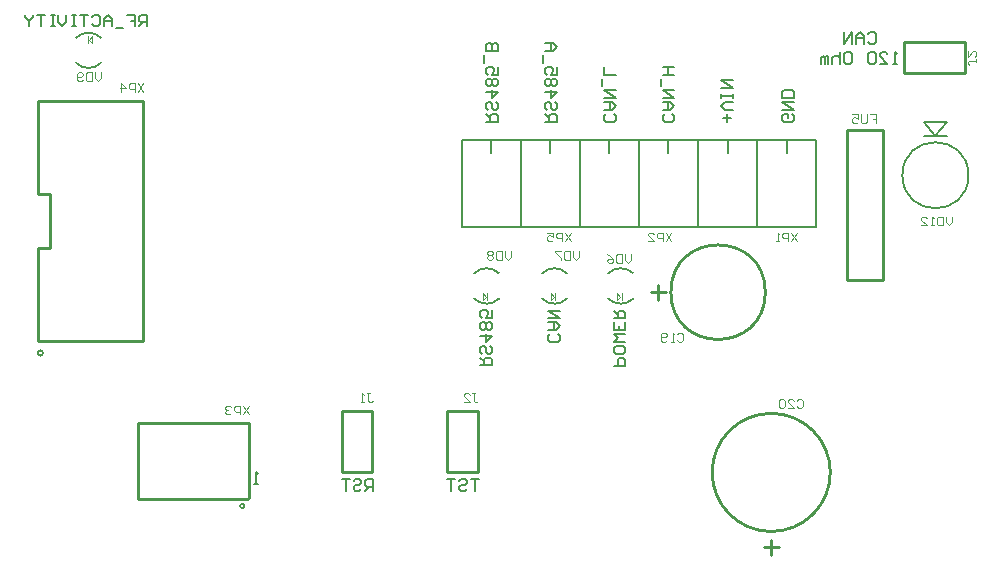
<source format=gbo>
G04 Layer_Color=32896*
%FSLAX24Y24*%
%MOIN*%
G70*
G01*
G75*
%ADD10C,0.0079*%
%ADD57C,0.0100*%
%ADD59C,0.0071*%
%ADD62C,0.0039*%
D10*
X30671Y27057D02*
G03*
X30671Y27057I-71J0D01*
G01*
X23956Y32156D02*
G03*
X23956Y32156I-88J0D01*
G01*
X46772Y38829D02*
Y39262D01*
X48740Y38829D02*
Y39262D01*
X45787Y36348D02*
X46772D01*
X48740D02*
X49724D01*
X47756D02*
Y38081D01*
Y39262D01*
X45787Y36348D02*
Y38081D01*
X46772Y36348D02*
X48740D01*
X49724D02*
Y38081D01*
Y39262D01*
X45787D02*
X49724D01*
X45787Y38081D02*
Y39262D01*
X42835Y38829D02*
Y39262D01*
X44803Y38829D02*
Y39262D01*
X41850Y36348D02*
X42835D01*
X44803D02*
X45787D01*
X43819D02*
Y38081D01*
Y39262D01*
X41850Y36348D02*
Y38081D01*
X42835Y36348D02*
X44803D01*
X45787D02*
Y38081D01*
Y39262D01*
X41850D02*
X45787D01*
X41850Y38081D02*
Y39262D01*
X38898Y38829D02*
Y39262D01*
X40866Y38829D02*
Y39262D01*
X37913Y36348D02*
X38898D01*
X40866D02*
X41850D01*
X39882D02*
Y38081D01*
Y39262D01*
X37913Y36348D02*
Y38081D01*
X38898Y36348D02*
X40866D01*
X41850D02*
Y38081D01*
Y39262D01*
X37913D02*
X41850D01*
X37913Y38081D02*
Y39262D01*
X48911Y40125D02*
X48976Y40059D01*
Y39928D01*
X48911Y39862D01*
X48648D01*
X48583Y39928D01*
Y40059D01*
X48648Y40125D01*
X48779D01*
Y39993D01*
X48583Y40256D02*
X48976D01*
X48583Y40518D01*
X48976D01*
Y40649D02*
X48583D01*
Y40846D01*
X48648Y40912D01*
X48911D01*
X48976Y40846D01*
Y40649D01*
X46742Y39872D02*
Y40134D01*
X46873Y40003D02*
X46611D01*
X46939Y40266D02*
X46676D01*
X46545Y40397D01*
X46676Y40528D01*
X46939D01*
Y40659D02*
Y40790D01*
Y40725D01*
X46545D01*
Y40659D01*
Y40790D01*
Y40987D02*
X46939D01*
X46545Y41250D01*
X46939D01*
X44934Y40125D02*
X45000Y40059D01*
Y39928D01*
X44934Y39862D01*
X44672D01*
X44606Y39928D01*
Y40059D01*
X44672Y40125D01*
X44606Y40256D02*
X44869D01*
X45000Y40387D01*
X44869Y40518D01*
X44606D01*
X44803D01*
Y40256D01*
X44606Y40649D02*
X45000D01*
X44606Y40912D01*
X45000D01*
X44541Y41043D02*
Y41305D01*
X45000Y41437D02*
X44606D01*
X44803D01*
Y41699D01*
X45000D01*
X44606D01*
X42976Y40125D02*
X43041Y40059D01*
Y39928D01*
X42976Y39862D01*
X42713D01*
X42648Y39928D01*
Y40059D01*
X42713Y40125D01*
X42648Y40256D02*
X42910D01*
X43041Y40387D01*
X42910Y40518D01*
X42648D01*
X42844D01*
Y40256D01*
X42648Y40649D02*
X43041D01*
X42648Y40912D01*
X43041D01*
X42582Y41043D02*
Y41305D01*
X43041Y41437D02*
X42648D01*
Y41699D01*
X40699Y39862D02*
X41092D01*
Y40059D01*
X41027Y40125D01*
X40896D01*
X40830Y40059D01*
Y39862D01*
Y39993D02*
X40699Y40125D01*
X41027Y40518D02*
X41092Y40453D01*
Y40321D01*
X41027Y40256D01*
X40961D01*
X40896Y40321D01*
Y40453D01*
X40830Y40518D01*
X40764D01*
X40699Y40453D01*
Y40321D01*
X40764Y40256D01*
X40699Y40846D02*
X41092D01*
X40896Y40649D01*
Y40912D01*
X41027Y41043D02*
X41092Y41109D01*
Y41240D01*
X41027Y41305D01*
X40961D01*
X40896Y41240D01*
X40830Y41305D01*
X40764D01*
X40699Y41240D01*
Y41109D01*
X40764Y41043D01*
X40830D01*
X40896Y41109D01*
X40961Y41043D01*
X41027D01*
X40896Y41109D02*
Y41240D01*
X41092Y41699D02*
Y41437D01*
X40896D01*
X40961Y41568D01*
Y41633D01*
X40896Y41699D01*
X40764D01*
X40699Y41633D01*
Y41502D01*
X40764Y41437D01*
X40633Y41830D02*
Y42092D01*
X40699Y42224D02*
X40961D01*
X41092Y42355D01*
X40961Y42486D01*
X40699D01*
X40896D01*
Y42224D01*
X38720Y39862D02*
X39114D01*
Y40059D01*
X39048Y40125D01*
X38917D01*
X38852Y40059D01*
Y39862D01*
Y39993D02*
X38720Y40125D01*
X39048Y40518D02*
X39114Y40453D01*
Y40321D01*
X39048Y40256D01*
X38983D01*
X38917Y40321D01*
Y40453D01*
X38852Y40518D01*
X38786D01*
X38720Y40453D01*
Y40321D01*
X38786Y40256D01*
X38720Y40846D02*
X39114D01*
X38917Y40649D01*
Y40912D01*
X39048Y41043D02*
X39114Y41109D01*
Y41240D01*
X39048Y41305D01*
X38983D01*
X38917Y41240D01*
X38852Y41305D01*
X38786D01*
X38720Y41240D01*
Y41109D01*
X38786Y41043D01*
X38852D01*
X38917Y41109D01*
X38983Y41043D01*
X39048D01*
X38917Y41109D02*
Y41240D01*
X39114Y41699D02*
Y41437D01*
X38917D01*
X38983Y41568D01*
Y41633D01*
X38917Y41699D01*
X38786D01*
X38720Y41633D01*
Y41502D01*
X38786Y41437D01*
X38655Y41830D02*
Y42092D01*
X39114Y42224D02*
X38720D01*
Y42420D01*
X38786Y42486D01*
X38852D01*
X38917Y42420D01*
Y42224D01*
Y42420D01*
X38983Y42486D01*
X39048D01*
X39114Y42420D01*
Y42224D01*
X42972Y31732D02*
X43366D01*
Y31929D01*
X43300Y31995D01*
X43169D01*
X43104Y31929D01*
Y31732D01*
X43366Y32323D02*
Y32191D01*
X43300Y32126D01*
X43038D01*
X42972Y32191D01*
Y32323D01*
X43038Y32388D01*
X43300D01*
X43366Y32323D01*
Y32519D02*
X42972D01*
X43104Y32651D01*
X42972Y32782D01*
X43366D01*
Y33175D02*
Y32913D01*
X42972D01*
Y33175D01*
X43169Y32913D02*
Y33044D01*
X42972Y33307D02*
X43366D01*
Y33503D01*
X43300Y33569D01*
X43169D01*
X43104Y33503D01*
Y33307D01*
Y33438D02*
X42972Y33569D01*
X41125Y32782D02*
X41191Y32716D01*
Y32585D01*
X41125Y32520D01*
X40863D01*
X40797Y32585D01*
Y32716D01*
X40863Y32782D01*
X40797Y32913D02*
X41060D01*
X41191Y33044D01*
X41060Y33176D01*
X40797D01*
X40994D01*
Y32913D01*
X40797Y33307D02*
X41191D01*
X40797Y33569D01*
X41191D01*
X38514Y31742D02*
X38907D01*
Y31939D01*
X38842Y32005D01*
X38711D01*
X38645Y31939D01*
Y31742D01*
Y31873D02*
X38514Y32005D01*
X38842Y32398D02*
X38907Y32332D01*
Y32201D01*
X38842Y32136D01*
X38776D01*
X38711Y32201D01*
Y32332D01*
X38645Y32398D01*
X38579D01*
X38514Y32332D01*
Y32201D01*
X38579Y32136D01*
X38514Y32726D02*
X38907D01*
X38711Y32529D01*
Y32792D01*
X38842Y32923D02*
X38907Y32988D01*
Y33120D01*
X38842Y33185D01*
X38776D01*
X38711Y33120D01*
X38645Y33185D01*
X38579D01*
X38514Y33120D01*
Y32988D01*
X38579Y32923D01*
X38645D01*
X38711Y32988D01*
X38776Y32923D01*
X38842D01*
X38711Y32988D02*
Y33120D01*
X38907Y33579D02*
Y33316D01*
X38711D01*
X38776Y33448D01*
Y33513D01*
X38711Y33579D01*
X38579D01*
X38514Y33513D01*
Y33382D01*
X38579Y33316D01*
X31132Y27805D02*
X31001D01*
X31066D01*
Y28199D01*
X31132Y28133D01*
X27421Y43041D02*
Y43435D01*
X27224D01*
X27159Y43369D01*
Y43238D01*
X27224Y43173D01*
X27421D01*
X27290D02*
X27159Y43041D01*
X26765Y43435D02*
X27028D01*
Y43238D01*
X26896D01*
X27028D01*
Y43041D01*
X26634Y42976D02*
X26372D01*
X26241Y43041D02*
Y43304D01*
X26109Y43435D01*
X25978Y43304D01*
Y43041D01*
Y43238D01*
X26241D01*
X25585Y43369D02*
X25650Y43435D01*
X25781D01*
X25847Y43369D01*
Y43107D01*
X25781Y43041D01*
X25650D01*
X25585Y43107D01*
X25453Y43435D02*
X25191D01*
X25322D01*
Y43041D01*
X25060Y43435D02*
X24929D01*
X24994D01*
Y43041D01*
X25060D01*
X24929D01*
X24732Y43435D02*
Y43173D01*
X24601Y43041D01*
X24469Y43173D01*
Y43435D01*
X24338D02*
X24207D01*
X24273D01*
Y43041D01*
X24338D01*
X24207D01*
X24010Y43435D02*
X23748D01*
X23879D01*
Y43041D01*
X23617Y43435D02*
Y43369D01*
X23486Y43238D01*
X23354Y43369D01*
Y43435D01*
X23486Y43238D02*
Y43041D01*
X51450Y42798D02*
X51516Y42864D01*
X51647D01*
X51713Y42798D01*
Y42536D01*
X51647Y42470D01*
X51516D01*
X51450Y42536D01*
X51319Y42470D02*
Y42733D01*
X51188Y42864D01*
X51057Y42733D01*
Y42470D01*
Y42667D01*
X51319D01*
X50925Y42470D02*
Y42864D01*
X50663Y42470D01*
Y42864D01*
X52431Y41782D02*
X52300D01*
X52366D01*
Y42175D01*
X52431Y42109D01*
X51841Y41782D02*
X52103D01*
X51841Y42044D01*
Y42109D01*
X51906Y42175D01*
X52038D01*
X52103Y42109D01*
X51710D02*
X51644Y42175D01*
X51513D01*
X51447Y42109D01*
Y41847D01*
X51513Y41782D01*
X51644D01*
X51710Y41847D01*
Y42109D01*
X50726Y42175D02*
X50857D01*
X50922Y42109D01*
Y41847D01*
X50857Y41782D01*
X50726D01*
X50660Y41847D01*
Y42109D01*
X50726Y42175D01*
X50529D02*
Y41782D01*
Y41978D01*
X50463Y42044D01*
X50332D01*
X50266Y41978D01*
Y41782D01*
X50135D02*
Y42044D01*
X50070D01*
X50004Y41978D01*
Y41782D01*
Y41978D01*
X49938Y42044D01*
X49873Y41978D01*
Y41782D01*
X38484Y27962D02*
X38222D01*
X38353D01*
Y27569D01*
X37828Y27897D02*
X37894Y27962D01*
X38025D01*
X38091Y27897D01*
Y27831D01*
X38025Y27766D01*
X37894D01*
X37828Y27700D01*
Y27634D01*
X37894Y27569D01*
X38025D01*
X38091Y27634D01*
X37697Y27962D02*
X37435D01*
X37566D01*
Y27569D01*
X34961D02*
Y27962D01*
X34764D01*
X34698Y27897D01*
Y27766D01*
X34764Y27700D01*
X34961D01*
X34829D02*
X34698Y27569D01*
X34305Y27897D02*
X34370Y27962D01*
X34501D01*
X34567Y27897D01*
Y27831D01*
X34501Y27766D01*
X34370D01*
X34305Y27700D01*
Y27634D01*
X34370Y27569D01*
X34501D01*
X34567Y27634D01*
X34173Y27962D02*
X33911D01*
X34042D01*
Y27569D01*
D57*
X48032Y34183D02*
G03*
X48032Y34183I-1575J0D01*
G01*
X50197Y28175D02*
G03*
X50197Y28175I-1969J0D01*
G01*
X28669Y29819D02*
X30811Y29821D01*
Y27321D02*
Y29821D01*
X27111Y27321D02*
Y29821D01*
X27134Y27299D02*
X30795D01*
X27134Y29819D02*
X28711Y29821D01*
X27289Y32567D02*
Y40567D01*
X23789Y37467D02*
Y40567D01*
Y32567D02*
Y35667D01*
X24189D02*
Y37467D01*
X23789Y40567D02*
X27289D01*
X23789Y32567D02*
X27289D01*
X23789Y37467D02*
X24189D01*
X23789Y35667D02*
X24189D01*
X51958Y34573D02*
Y39573D01*
X50758Y34573D02*
Y39573D01*
X51958D01*
X50758Y34573D02*
X51958D01*
X34931Y28179D02*
Y30226D01*
X33907Y28179D02*
Y30226D01*
X34931D01*
X33907Y28179D02*
X34931D01*
X37431D02*
Y30226D01*
X38455Y28179D02*
Y30226D01*
X37431Y28179D02*
X38455D01*
X37431Y30226D02*
X38455D01*
X52638Y41496D02*
X54685D01*
X52638Y42520D02*
X54685D01*
Y41496D02*
Y42520D01*
X52638Y41496D02*
Y42520D01*
X44207Y34183D02*
X44707D01*
X44457Y33933D02*
Y34433D01*
X47978Y25675D02*
X48478D01*
X48228Y25425D02*
Y25925D01*
D59*
X54803Y38081D02*
G03*
X54803Y38081I-1102J0D01*
G01*
X43628Y34807D02*
G03*
X42793Y34807I-418J-418D01*
G01*
Y33972D02*
G03*
X43628Y33972I418J418D01*
G01*
X39160Y34807D02*
G03*
X38325Y34807I-418J-418D01*
G01*
Y33972D02*
G03*
X39160Y33972I418J418D01*
G01*
X41423Y34807D02*
G03*
X40588Y34807I-418J-418D01*
G01*
Y33972D02*
G03*
X41423Y33972I418J418D01*
G01*
X25053Y41827D02*
G03*
X25888Y41827I418J418D01*
G01*
Y42662D02*
G03*
X25053Y42662I-418J-418D01*
G01*
X53307Y39380D02*
X54094D01*
X53307Y39852D02*
X53701Y39380D01*
X54094Y39852D01*
X53307D02*
X54094D01*
D62*
X43081Y34154D02*
X43199Y34035D01*
X43081Y33917D02*
X43199Y34035D01*
X43081Y33917D02*
Y34154D01*
X43238Y33917D02*
Y34154D01*
X38612D02*
X38730Y34035D01*
X38612Y33917D02*
X38730Y34035D01*
X38612Y33917D02*
Y34154D01*
X38770Y33917D02*
Y34154D01*
X40876D02*
X40994Y34035D01*
X40876Y33917D02*
X40994Y34035D01*
X40876Y33917D02*
Y34154D01*
X41033Y33917D02*
Y34154D01*
X25482Y42598D02*
X25600Y42480D01*
X25482Y42598D02*
X25600Y42717D01*
Y42480D02*
Y42717D01*
X25443Y42480D02*
Y42717D01*
X45089Y32776D02*
X45138Y32825D01*
X45236D01*
X45285Y32776D01*
Y32579D01*
X45236Y32530D01*
X45138D01*
X45089Y32579D01*
X44990Y32530D02*
X44892D01*
X44941D01*
Y32825D01*
X44990Y32776D01*
X44744Y32579D02*
X44695Y32530D01*
X44597D01*
X44547Y32579D01*
Y32776D01*
X44597Y32825D01*
X44695D01*
X44744Y32776D01*
Y32726D01*
X44695Y32677D01*
X44547D01*
X49075Y30571D02*
X49124Y30620D01*
X49222D01*
X49272Y30571D01*
Y30374D01*
X49222Y30325D01*
X49124D01*
X49075Y30374D01*
X48780Y30325D02*
X48976D01*
X48780Y30522D01*
Y30571D01*
X48829Y30620D01*
X48927D01*
X48976Y30571D01*
X48681D02*
X48632Y30620D01*
X48534D01*
X48485Y30571D01*
Y30374D01*
X48534Y30325D01*
X48632D01*
X48681Y30374D01*
Y30571D01*
X51516Y40118D02*
X51713D01*
Y39970D01*
X51614D01*
X51713D01*
Y39823D01*
X51417Y40118D02*
Y39872D01*
X51368Y39823D01*
X51270D01*
X51221Y39872D01*
Y40118D01*
X50925D02*
X51122D01*
Y39970D01*
X51024Y40020D01*
X50975D01*
X50925Y39970D01*
Y39872D01*
X50975Y39823D01*
X51073D01*
X51122Y39872D01*
X34743Y30806D02*
X34841D01*
X34792D01*
Y30560D01*
X34841Y30511D01*
X34890D01*
X34939Y30560D01*
X34644Y30511D02*
X34546D01*
X34595D01*
Y30806D01*
X34644Y30757D01*
X38270Y30807D02*
X38369D01*
X38320D01*
Y30561D01*
X38369Y30512D01*
X38418D01*
X38467Y30561D01*
X37975Y30512D02*
X38172D01*
X37975Y30709D01*
Y30758D01*
X38024Y30807D01*
X38123D01*
X38172Y30758D01*
X54242Y36703D02*
Y36506D01*
X54144Y36407D01*
X54045Y36506D01*
Y36703D01*
X53947D02*
Y36407D01*
X53799D01*
X53750Y36457D01*
Y36653D01*
X53799Y36703D01*
X53947D01*
X53652Y36407D02*
X53553D01*
X53603D01*
Y36703D01*
X53652Y36653D01*
X53209Y36407D02*
X53406D01*
X53209Y36604D01*
Y36653D01*
X53258Y36703D01*
X53357D01*
X53406Y36653D01*
X49085Y36171D02*
X48888Y35876D01*
Y36171D02*
X49085Y35876D01*
X48789D02*
Y36171D01*
X48642D01*
X48593Y36122D01*
Y36024D01*
X48642Y35974D01*
X48789D01*
X48494Y35876D02*
X48396D01*
X48445D01*
Y36171D01*
X48494Y36122D01*
X44902Y36171D02*
X44705Y35876D01*
Y36171D02*
X44902Y35876D01*
X44606D02*
Y36171D01*
X44459D01*
X44410Y36122D01*
Y36024D01*
X44459Y35974D01*
X44606D01*
X44114Y35876D02*
X44311D01*
X44114Y36073D01*
Y36122D01*
X44164Y36171D01*
X44262D01*
X44311Y36122D01*
X41555Y36171D02*
X41358Y35876D01*
Y36171D02*
X41555Y35876D01*
X41260D02*
Y36171D01*
X41112D01*
X41063Y36122D01*
Y36024D01*
X41112Y35974D01*
X41260D01*
X40768Y36171D02*
X40965D01*
Y36024D01*
X40866Y36073D01*
X40817D01*
X40768Y36024D01*
Y35925D01*
X40817Y35876D01*
X40916D01*
X40965Y35925D01*
X30822Y30401D02*
X30625Y30106D01*
Y30401D02*
X30822Y30106D01*
X30527D02*
Y30401D01*
X30379D01*
X30330Y30352D01*
Y30254D01*
X30379Y30205D01*
X30527D01*
X30232Y30352D02*
X30182Y30401D01*
X30084D01*
X30035Y30352D01*
Y30303D01*
X30084Y30254D01*
X30133D01*
X30084D01*
X30035Y30205D01*
Y30155D01*
X30084Y30106D01*
X30182D01*
X30232Y30155D01*
X27302Y41152D02*
X27106Y40857D01*
Y41152D02*
X27302Y40857D01*
X27007D02*
Y41152D01*
X26860D01*
X26810Y41103D01*
Y41004D01*
X26860Y40955D01*
X27007D01*
X26564Y40857D02*
Y41152D01*
X26712Y41004D01*
X26515D01*
X43543Y35453D02*
Y35256D01*
X43445Y35157D01*
X43347Y35256D01*
Y35453D01*
X43248D02*
Y35157D01*
X43101D01*
X43051Y35207D01*
Y35403D01*
X43101Y35453D01*
X43248D01*
X42756D02*
X42855Y35403D01*
X42953Y35305D01*
Y35207D01*
X42904Y35157D01*
X42805D01*
X42756Y35207D01*
Y35256D01*
X42805Y35305D01*
X42953D01*
X41809Y35555D02*
Y35358D01*
X41711Y35260D01*
X41612Y35358D01*
Y35555D01*
X41514D02*
Y35260D01*
X41366D01*
X41317Y35309D01*
Y35506D01*
X41366Y35555D01*
X41514D01*
X41219D02*
X41022D01*
Y35506D01*
X41219Y35309D01*
Y35260D01*
X39542Y35555D02*
Y35358D01*
X39444Y35260D01*
X39345Y35358D01*
Y35555D01*
X39247D02*
Y35260D01*
X39099D01*
X39050Y35309D01*
Y35506D01*
X39099Y35555D01*
X39247D01*
X38952Y35506D02*
X38903Y35555D01*
X38804D01*
X38755Y35506D01*
Y35457D01*
X38804Y35407D01*
X38755Y35358D01*
Y35309D01*
X38804Y35260D01*
X38903D01*
X38952Y35309D01*
Y35358D01*
X38903Y35407D01*
X38952Y35457D01*
Y35506D01*
X38903Y35407D02*
X38804D01*
X25876Y41506D02*
Y41309D01*
X25778Y41211D01*
X25679Y41309D01*
Y41506D01*
X25581D02*
Y41211D01*
X25433D01*
X25384Y41260D01*
Y41457D01*
X25433Y41506D01*
X25581D01*
X25286Y41260D02*
X25236Y41211D01*
X25138D01*
X25089Y41260D01*
Y41457D01*
X25138Y41506D01*
X25236D01*
X25286Y41457D01*
Y41407D01*
X25236Y41358D01*
X25089D01*
X55059Y41945D02*
Y41854D01*
Y41900D01*
X54829D01*
X54783Y41854D01*
Y41808D01*
X54829Y41762D01*
X54783Y42221D02*
Y42037D01*
X54967Y42221D01*
X55013D01*
X55059Y42175D01*
Y42083D01*
X55013Y42037D01*
M02*

</source>
